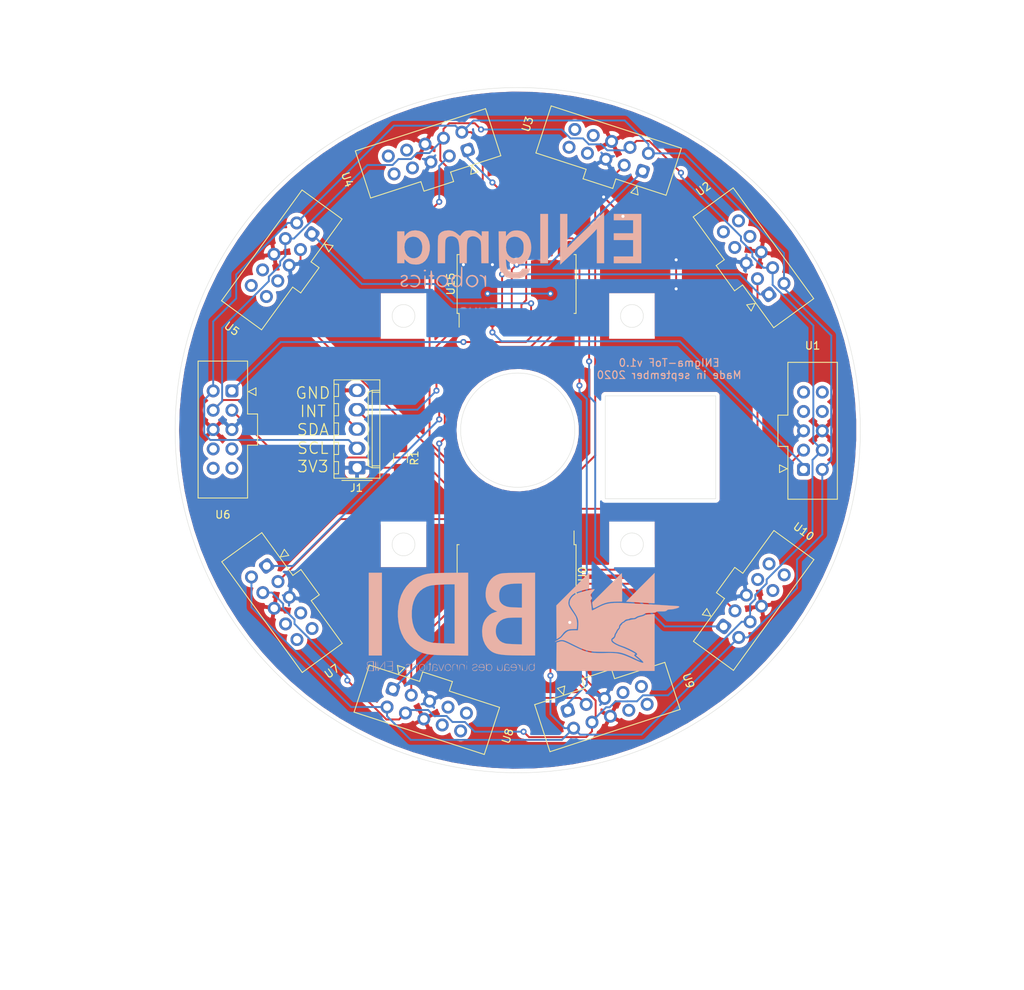
<source format=kicad_pcb>
(kicad_pcb (version 20171130) (host pcbnew 5.1.6)
  (layers (0 F.Cu signal) (31 B.Cu signal) (34 B.Paste user) (35 F.Paste user) (36 B.SilkS user) (37 F.SilkS user) (38 B.Mask user hide) (39 F.Mask user hide) (44 Edge.Cuts user))
  (net 0 "")
  (net 1 +3V3)
  (net 2 GND)
  (net 3 "Net-(U0-Pad20)")
  (net 4 "Net-(U0-Pad19)")
  (net 5 "Net-(U0-Pad1)")
  (net 6 /XSDN10)
  (net 7 /XSDN9)
  (net 8 /XSDN8)
  (net 9 /XSDN7)
  (net 10 /XSDN6)
  (net 11 /XSDN5)
  (net 12 /XSDN4)
  (net 13 /XSDN3)
  (net 14 /XSDN2)
  (net 15 /XSDN1)
  (net 16 /INT1)
  (net 17 /INT2)
  (net 18 /INT3)
  (net 19 /INT4)
  (net 20 /INT5)
  (net 21 /INT6)
  (net 22 /INT7)
  (net 23 /INT8)
  (net 24 /INT9)
  (net 25 /INT10)
  (net 26 "Net-(U15-Pad20)")
  (net 27 "Net-(U15-Pad19)")
  (net 28 /INT)
  (net 29 "Net-(U0-Pad18)")
  (net 30 "Net-(U0-Pad17)")
  (net 31 "Net-(U0-Pad16)")
  (net 32 "Net-(U0-Pad15)")
  (net 33 "Net-(U15-Pad18)")
  (net 34 "Net-(U15-Pad17)")
  (net 35 "Net-(U15-Pad16)")
  (net 36 "Net-(U15-Pad15)")
  (net 37 "Net-(U1-Pad10)")
  (net 38 "Net-(U1-Pad8)")
  (net 39 "Net-(U1-Pad9)")
  (net 40 "Net-(U1-Pad7)")
  (net 41 "Net-(U2-Pad10)")
  (net 42 "Net-(U2-Pad8)")
  (net 43 "Net-(U2-Pad9)")
  (net 44 "Net-(U2-Pad7)")
  (net 45 "Net-(U3-Pad10)")
  (net 46 "Net-(U3-Pad8)")
  (net 47 "Net-(U3-Pad9)")
  (net 48 "Net-(U3-Pad7)")
  (net 49 "Net-(U4-Pad10)")
  (net 50 "Net-(U4-Pad8)")
  (net 51 "Net-(U4-Pad9)")
  (net 52 "Net-(U4-Pad7)")
  (net 53 "Net-(U5-Pad10)")
  (net 54 "Net-(U5-Pad8)")
  (net 55 "Net-(U5-Pad9)")
  (net 56 "Net-(U5-Pad7)")
  (net 57 "Net-(U6-Pad10)")
  (net 58 "Net-(U6-Pad8)")
  (net 59 "Net-(U6-Pad9)")
  (net 60 "Net-(U6-Pad7)")
  (net 61 "Net-(U7-Pad10)")
  (net 62 "Net-(U7-Pad8)")
  (net 63 "Net-(U7-Pad9)")
  (net 64 "Net-(U7-Pad7)")
  (net 65 "Net-(U8-Pad10)")
  (net 66 "Net-(U8-Pad8)")
  (net 67 "Net-(U8-Pad9)")
  (net 68 "Net-(U8-Pad7)")
  (net 69 "Net-(U9-Pad10)")
  (net 70 "Net-(U9-Pad8)")
  (net 71 "Net-(U9-Pad9)")
  (net 72 "Net-(U9-Pad7)")
  (net 73 "Net-(U10-Pad10)")
  (net 74 "Net-(U10-Pad8)")
  (net 75 "Net-(U10-Pad9)")
  (net 76 "Net-(U10-Pad7)")
  (net 77 /SDA)
  (net 78 /SCL)
  (module enigma-ToF:logo-bdi (layer B.Cu) (at 70.34784 95.4278 180)
    (fp_text reference G*** hide)
    (fp_text value LOGO hide)
  )
  (module enigma-ToF:logo-enigma (layer B.Cu) (at 70.231 46.23308 180)
    (fp_text reference G*** hide)
    (fp_text value LOGO hide)
  )
  (module Package_SO:SOIC-24W_7.5x15.4mm_P1.27mm (layer F.Cu) (at 69.85 88.9 270)
    (fp_text reference U0 (at 0 -8.65 90) (layer F.SilkS))
    (fp_text value PCF8575)
    (pad 24 smd roundrect (at 4.65 -6.985 270) (size 2.05 0.6) (layers F.Cu F.Paste F.Mask) (net 1 +3V3))
    (pad 23 smd roundrect (at 4.65 -5.715 270) (size 2.05 0.6) (layers F.Cu F.Paste F.Mask) (net 77 /SDA))
    (pad 22 smd roundrect (at 4.65 -4.445 270) (size 2.05 0.6) (layers F.Cu F.Paste F.Mask) (net 78 /SCL))
    (pad 21 smd roundrect (at 4.65 -3.175 270) (size 2.05 0.6) (layers F.Cu F.Paste F.Mask) (net 2 GND))
    (pad 20 smd roundrect (at 4.65 -1.905 270) (size 2.05 0.6) (layers F.Cu F.Paste F.Mask) (net 3 "Net-(U0-Pad20)"))
    (pad 19 smd roundrect (at 4.65 -0.635 270) (size 2.05 0.6) (layers F.Cu F.Paste F.Mask) (net 4 "Net-(U0-Pad19)"))
    (pad 18 smd roundrect (at 4.65 0.635 270) (size 2.05 0.6) (layers F.Cu F.Paste F.Mask) (net 29 "Net-(U0-Pad18)"))
    (pad 17 smd roundrect (at 4.65 1.905 270) (size 2.05 0.6) (layers F.Cu F.Paste F.Mask) (net 30 "Net-(U0-Pad17)"))
    (pad 16 smd roundrect (at 4.65 3.175 270) (size 2.05 0.6) (layers F.Cu F.Paste F.Mask) (net 31 "Net-(U0-Pad16)"))
    (pad 15 smd roundrect (at 4.65 4.445 270) (size 2.05 0.6) (layers F.Cu F.Paste F.Mask) (net 32 "Net-(U0-Pad15)"))
    (pad 14 smd roundrect (at 4.65 5.715 270) (size 2.05 0.6) (layers F.Cu F.Paste F.Mask) (net 6 /XSDN10))
    (pad 13 smd roundrect (at 4.65 6.985 270) (size 2.05 0.6) (layers F.Cu F.Paste F.Mask) (net 7 /XSDN9))
    (pad 12 smd roundrect (at -4.65 6.985 270) (size 2.05 0.6) (layers F.Cu F.Paste F.Mask) (net 2 GND))
    (pad 11 smd roundrect (at -4.65 5.715 270) (size 2.05 0.6) (layers F.Cu F.Paste F.Mask) (net 8 /XSDN8))
    (pad 10 smd roundrect (at -4.65 4.445 270) (size 2.05 0.6) (layers F.Cu F.Paste F.Mask) (net 9 /XSDN7))
    (pad 9 smd roundrect (at -4.65 3.175 270) (size 2.05 0.6) (layers F.Cu F.Paste F.Mask) (net 10 /XSDN6))
    (pad 8 smd roundrect (at -4.65 1.905 270) (size 2.05 0.6) (layers F.Cu F.Paste F.Mask) (net 11 /XSDN5))
    (pad 7 smd roundrect (at -4.65 0.635 270) (size 2.05 0.6) (layers F.Cu F.Paste F.Mask) (net 12 /XSDN4))
    (pad 6 smd roundrect (at -4.65 -0.635 270) (size 2.05 0.6) (layers F.Cu F.Paste F.Mask) (net 13 /XSDN3))
    (pad 5 smd roundrect (at -4.65 -1.905 270) (size 2.05 0.6) (layers F.Cu F.Paste F.Mask) (net 14 /XSDN2))
    (pad 4 smd roundrect (at -4.65 -3.175 270) (size 2.05 0.6) (layers F.Cu F.Paste F.Mask) (net 15 /XSDN1))
    (pad 3 smd roundrect (at -4.65 -4.445 270) (size 2.05 0.6) (layers F.Cu F.Paste F.Mask) (net 2 GND))
    (pad 2 smd roundrect (at -4.65 -5.715 270) (size 2.05 0.6) (layers F.Cu F.Paste F.Mask) (net 2 GND))
    (pad 1 smd roundrect (at -4.65 -6.985 270) (size 2.05 0.6) (layers F.Cu F.Paste F.Mask) (net 5 "Net-(U0-Pad1)"))
  )
  (module enigma-ToF:IDC-Header_2x05_P2.54mm_Vertical (layer F.Cu) (at 105 89 324)
    (fp_text reference U10 (at -1.27 -6.1 144) (layer F.SilkS))
    (fp_text value VL53L1X)
    (pad 1 thru_hole roundrect (at -2.46 10.16 324) (size 1.7 1.7) (drill 1) (layers *.Cu *.Mask) (net 25 /INT10))
    (pad 3 thru_hole circle (at -2.46 7.62 324) (size 1.7 1.7) (drill 1) (layers *.Cu *.Mask) (net 6 /XSDN10))
    (pad 5 thru_hole circle (at -2.46 5.08 324) (size 1.7 1.7) (drill 1) (layers *.Cu *.Mask) (net 1 +3V3))
    (pad 7 thru_hole circle (at -2.46 2.54 324) (size 1.7 1.7) (drill 1) (layers *.Cu *.Mask) (net 76 "Net-(U10-Pad7)"))
    (pad 9 thru_hole circle (at -2.46 0 324) (size 1.7 1.7) (drill 1) (layers *.Cu *.Mask) (net 75 "Net-(U10-Pad9)"))
    (pad 2 thru_hole circle (at 0 10.16 324) (size 1.7 1.7) (drill 1) (layers *.Cu *.Mask) (net 78 /SCL))
    (pad 4 thru_hole circle (at 0 7.62 324) (size 1.7 1.7) (drill 1) (layers *.Cu *.Mask) (net 77 /SDA))
    (pad 6 thru_hole circle (at 0 5.08 324) (size 1.7 1.7) (drill 1) (layers *.Cu *.Mask) (net 2 GND))
    (pad 8 thru_hole circle (at 0 2.54 324) (size 1.7 1.7) (drill 1) (layers *.Cu *.Mask) (net 74 "Net-(U10-Pad8)"))
    (pad 10 thru_hole circle (at 0 0 324) (size 1.7 1.7) (drill 1) (layers *.Cu *.Mask) (net 73 "Net-(U10-Pad10)"))
  )
  (module Package_SO:SOIC-24W_7.5x15.4mm_P1.27mm (layer F.Cu) (at 69.85 50.8 90)
    (fp_text reference U15 (at 0 -8.65 90) (layer F.SilkS))
    (fp_text value PCF8575)
    (pad 24 smd roundrect (at 4.65 -6.985 90) (size 2.05 0.6) (layers F.Cu F.Paste F.Mask) (net 1 +3V3))
    (pad 23 smd roundrect (at 4.65 -5.715 90) (size 2.05 0.6) (layers F.Cu F.Paste F.Mask) (net 77 /SDA))
    (pad 22 smd roundrect (at 4.65 -4.445 90) (size 2.05 0.6) (layers F.Cu F.Paste F.Mask) (net 78 /SCL))
    (pad 21 smd roundrect (at 4.65 -3.175 90) (size 2.05 0.6) (layers F.Cu F.Paste F.Mask) (net 1 +3V3))
    (pad 20 smd roundrect (at 4.65 -1.905 90) (size 2.05 0.6) (layers F.Cu F.Paste F.Mask) (net 26 "Net-(U15-Pad20)"))
    (pad 19 smd roundrect (at 4.65 -0.635 90) (size 2.05 0.6) (layers F.Cu F.Paste F.Mask) (net 27 "Net-(U15-Pad19)"))
    (pad 18 smd roundrect (at 4.65 0.635 90) (size 2.05 0.6) (layers F.Cu F.Paste F.Mask) (net 33 "Net-(U15-Pad18)"))
    (pad 17 smd roundrect (at 4.65 1.905 90) (size 2.05 0.6) (layers F.Cu F.Paste F.Mask) (net 34 "Net-(U15-Pad17)"))
    (pad 16 smd roundrect (at 4.65 3.175 90) (size 2.05 0.6) (layers F.Cu F.Paste F.Mask) (net 35 "Net-(U15-Pad16)"))
    (pad 15 smd roundrect (at 4.65 4.445 90) (size 2.05 0.6) (layers F.Cu F.Paste F.Mask) (net 36 "Net-(U15-Pad15)"))
    (pad 14 smd roundrect (at 4.65 5.715 90) (size 2.05 0.6) (layers F.Cu F.Paste F.Mask) (net 25 /INT10))
    (pad 13 smd roundrect (at 4.65 6.985 90) (size 2.05 0.6) (layers F.Cu F.Paste F.Mask) (net 24 /INT9))
    (pad 12 smd roundrect (at -4.65 6.985 90) (size 2.05 0.6) (layers F.Cu F.Paste F.Mask) (net 2 GND))
    (pad 11 smd roundrect (at -4.65 5.715 90) (size 2.05 0.6) (layers F.Cu F.Paste F.Mask) (net 23 /INT8))
    (pad 10 smd roundrect (at -4.65 4.445 90) (size 2.05 0.6) (layers F.Cu F.Paste F.Mask) (net 22 /INT7))
    (pad 9 smd roundrect (at -4.65 3.175 90) (size 2.05 0.6) (layers F.Cu F.Paste F.Mask) (net 21 /INT6))
    (pad 8 smd roundrect (at -4.65 1.905 90) (size 2.05 0.6) (layers F.Cu F.Paste F.Mask) (net 20 /INT5))
    (pad 7 smd roundrect (at -4.65 0.635 90) (size 2.05 0.6) (layers F.Cu F.Paste F.Mask) (net 19 /INT4))
    (pad 6 smd roundrect (at -4.65 -0.635 90) (size 2.05 0.6) (layers F.Cu F.Paste F.Mask) (net 18 /INT3))
    (pad 5 smd roundrect (at -4.65 -1.905 90) (size 2.05 0.6) (layers F.Cu F.Paste F.Mask) (net 17 /INT2))
    (pad 4 smd roundrect (at -4.65 -3.175 90) (size 2.05 0.6) (layers F.Cu F.Paste F.Mask) (net 16 /INT1))
    (pad 3 smd roundrect (at -4.65 -4.445 90) (size 2.05 0.6) (layers F.Cu F.Paste F.Mask) (net 2 GND))
    (pad 2 smd roundrect (at -4.65 -5.715 90) (size 2.05 0.6) (layers F.Cu F.Paste F.Mask) (net 2 GND))
    (pad 1 smd roundrect (at -4.65 -6.985 90) (size 2.05 0.6) (layers F.Cu F.Paste F.Mask) (net 28 /INT))
  )
  (module enigma-ToF:IDC-Header_2x05_P2.54mm_Vertical (layer F.Cu) (at 87 106 288)
    (fp_text reference U9 (at -1.27 -6.1 108) (layer F.SilkS))
    (fp_text value VL53L1X)
    (pad 1 thru_hole roundrect (at -2.46 10.16 288) (size 1.7 1.7) (drill 1) (layers *.Cu *.Mask) (net 24 /INT9))
    (pad 3 thru_hole circle (at -2.46 7.62 288) (size 1.7 1.7) (drill 1) (layers *.Cu *.Mask) (net 7 /XSDN9))
    (pad 5 thru_hole circle (at -2.46 5.08 288) (size 1.7 1.7) (drill 1) (layers *.Cu *.Mask) (net 1 +3V3))
    (pad 7 thru_hole circle (at -2.46 2.54 288) (size 1.7 1.7) (drill 1) (layers *.Cu *.Mask) (net 72 "Net-(U9-Pad7)"))
    (pad 9 thru_hole circle (at -2.46 0 288) (size 1.7 1.7) (drill 1) (layers *.Cu *.Mask) (net 71 "Net-(U9-Pad9)"))
    (pad 2 thru_hole circle (at 0 10.16 288) (size 1.7 1.7) (drill 1) (layers *.Cu *.Mask) (net 78 /SCL))
    (pad 4 thru_hole circle (at 0 7.62 288) (size 1.7 1.7) (drill 1) (layers *.Cu *.Mask) (net 77 /SDA))
    (pad 6 thru_hole circle (at 0 5.08 288) (size 1.7 1.7) (drill 1) (layers *.Cu *.Mask) (net 2 GND))
    (pad 8 thru_hole circle (at 0 2.54 288) (size 1.7 1.7) (drill 1) (layers *.Cu *.Mask) (net 70 "Net-(U9-Pad8)"))
    (pad 10 thru_hole circle (at 0 0 288) (size 1.7 1.7) (drill 1) (layers *.Cu *.Mask) (net 69 "Net-(U9-Pad10)"))
  )
  (module enigma-ToF:IDC-Header_2x05_P2.54mm_Vertical (layer F.Cu) (at 62.5 109.5 252)
    (fp_text reference U8 (at -1.27 -6.1 72) (layer F.SilkS))
    (fp_text value VL53L1X)
    (pad 1 thru_hole roundrect (at -2.46 10.16 252) (size 1.7 1.7) (drill 1) (layers *.Cu *.Mask) (net 23 /INT8))
    (pad 3 thru_hole circle (at -2.46 7.62 252) (size 1.7 1.7) (drill 1) (layers *.Cu *.Mask) (net 8 /XSDN8))
    (pad 5 thru_hole circle (at -2.46 5.08 252) (size 1.7 1.7) (drill 1) (layers *.Cu *.Mask) (net 1 +3V3))
    (pad 7 thru_hole circle (at -2.46 2.54 252) (size 1.7 1.7) (drill 1) (layers *.Cu *.Mask) (net 68 "Net-(U8-Pad7)"))
    (pad 9 thru_hole circle (at -2.46 0 252) (size 1.7 1.7) (drill 1) (layers *.Cu *.Mask) (net 67 "Net-(U8-Pad9)"))
    (pad 2 thru_hole circle (at 0 10.16 252) (size 1.7 1.7) (drill 1) (layers *.Cu *.Mask) (net 78 /SCL))
    (pad 4 thru_hole circle (at 0 7.62 252) (size 1.7 1.7) (drill 1) (layers *.Cu *.Mask) (net 77 /SDA))
    (pad 6 thru_hole circle (at 0 5.08 252) (size 1.7 1.7) (drill 1) (layers *.Cu *.Mask) (net 2 GND))
    (pad 8 thru_hole circle (at 0 2.54 252) (size 1.7 1.7) (drill 1) (layers *.Cu *.Mask) (net 66 "Net-(U8-Pad8)"))
    (pad 10 thru_hole circle (at 0 0 252) (size 1.7 1.7) (drill 1) (layers *.Cu *.Mask) (net 65 "Net-(U8-Pad10)"))
  )
  (module enigma-ToF:IDC-Header_2x05_P2.54mm_Vertical (layer F.Cu) (at 41 97.5 216)
    (fp_text reference U7 (at -1.270001 -6.1 36) (layer F.SilkS))
    (fp_text value VL53L1X)
    (pad 1 thru_hole roundrect (at -2.46 10.16 216) (size 1.7 1.7) (drill 1) (layers *.Cu *.Mask) (net 22 /INT7))
    (pad 3 thru_hole circle (at -2.46 7.62 216) (size 1.7 1.7) (drill 1) (layers *.Cu *.Mask) (net 9 /XSDN7))
    (pad 5 thru_hole circle (at -2.46 5.08 216) (size 1.7 1.7) (drill 1) (layers *.Cu *.Mask) (net 1 +3V3))
    (pad 7 thru_hole circle (at -2.46 2.54 216) (size 1.7 1.7) (drill 1) (layers *.Cu *.Mask) (net 64 "Net-(U7-Pad7)"))
    (pad 9 thru_hole circle (at -2.46 0 216) (size 1.7 1.7) (drill 1) (layers *.Cu *.Mask) (net 63 "Net-(U7-Pad9)"))
    (pad 2 thru_hole circle (at 0 10.16 216) (size 1.7 1.7) (drill 1) (layers *.Cu *.Mask) (net 78 /SCL))
    (pad 4 thru_hole circle (at 0 7.62 216) (size 1.7 1.7) (drill 1) (layers *.Cu *.Mask) (net 77 /SDA))
    (pad 6 thru_hole circle (at 0 5.08 216) (size 1.7 1.7) (drill 1) (layers *.Cu *.Mask) (net 2 GND))
    (pad 8 thru_hole circle (at 0 2.54 216) (size 1.7 1.7) (drill 1) (layers *.Cu *.Mask) (net 62 "Net-(U7-Pad8)"))
    (pad 10 thru_hole circle (at 0 0 216) (size 1.7 1.7) (drill 1) (layers *.Cu *.Mask) (net 61 "Net-(U7-Pad10)"))
  )
  (module enigma-ToF:IDC-Header_2x05_P2.54mm_Vertical (layer F.Cu) (at 30 75 180)
    (fp_text reference U6 (at -1.27 -6.1) (layer F.SilkS))
    (fp_text value VL53L1X)
    (pad 1 thru_hole roundrect (at -2.46 10.16 180) (size 1.7 1.7) (drill 1) (layers *.Cu *.Mask) (net 21 /INT6))
    (pad 3 thru_hole circle (at -2.46 7.62 180) (size 1.7 1.7) (drill 1) (layers *.Cu *.Mask) (net 10 /XSDN6))
    (pad 5 thru_hole circle (at -2.46 5.08 180) (size 1.7 1.7) (drill 1) (layers *.Cu *.Mask) (net 1 +3V3))
    (pad 7 thru_hole circle (at -2.46 2.54 180) (size 1.7 1.7) (drill 1) (layers *.Cu *.Mask) (net 60 "Net-(U6-Pad7)"))
    (pad 9 thru_hole circle (at -2.46 0 180) (size 1.7 1.7) (drill 1) (layers *.Cu *.Mask) (net 59 "Net-(U6-Pad9)"))
    (pad 2 thru_hole circle (at 0 10.16 180) (size 1.7 1.7) (drill 1) (layers *.Cu *.Mask) (net 78 /SCL))
    (pad 4 thru_hole circle (at 0 7.62 180) (size 1.7 1.7) (drill 1) (layers *.Cu *.Mask) (net 77 /SDA))
    (pad 6 thru_hole circle (at 0 5.08 180) (size 1.7 1.7) (drill 1) (layers *.Cu *.Mask) (net 2 GND))
    (pad 8 thru_hole circle (at 0 2.54 180) (size 1.7 1.7) (drill 1) (layers *.Cu *.Mask) (net 58 "Net-(U6-Pad8)"))
    (pad 10 thru_hole circle (at 0 0 180) (size 1.7 1.7) (drill 1) (layers *.Cu *.Mask) (net 57 "Net-(U6-Pad10)"))
  )
  (module enigma-ToF:IDC-Header_2x05_P2.54mm_Vertical (layer F.Cu) (at 35 51 144)
    (fp_text reference U5 (at -1.27 -6.1 144) (layer F.SilkS))
    (fp_text value VL53L1X)
    (pad 1 thru_hole roundrect (at -2.46 10.16 144) (size 1.7 1.7) (drill 1) (layers *.Cu *.Mask) (net 20 /INT5))
    (pad 3 thru_hole circle (at -2.46 7.62 144) (size 1.7 1.7) (drill 1) (layers *.Cu *.Mask) (net 11 /XSDN5))
    (pad 5 thru_hole circle (at -2.46 5.08 144) (size 1.7 1.7) (drill 1) (layers *.Cu *.Mask) (net 1 +3V3))
    (pad 7 thru_hole circle (at -2.46 2.54 144) (size 1.7 1.7) (drill 1) (layers *.Cu *.Mask) (net 56 "Net-(U5-Pad7)"))
    (pad 9 thru_hole circle (at -2.46 0 144) (size 1.7 1.7) (drill 1) (layers *.Cu *.Mask) (net 55 "Net-(U5-Pad9)"))
    (pad 2 thru_hole circle (at 0 10.16 144) (size 1.7 1.7) (drill 1) (layers *.Cu *.Mask) (net 78 /SCL))
    (pad 4 thru_hole circle (at 0 7.62 144) (size 1.7 1.7) (drill 1) (layers *.Cu *.Mask) (net 77 /SDA))
    (pad 6 thru_hole circle (at 0 5.08 144) (size 1.7 1.7) (drill 1) (layers *.Cu *.Mask) (net 2 GND))
    (pad 8 thru_hole circle (at 0 2.54 144) (size 1.7 1.7) (drill 1) (layers *.Cu *.Mask) (net 54 "Net-(U5-Pad8)"))
    (pad 10 thru_hole circle (at 0 0 144) (size 1.7 1.7) (drill 1) (layers *.Cu *.Mask) (net 53 "Net-(U5-Pad10)"))
  )
  (module enigma-ToF:IDC-Header_2x05_P2.54mm_Vertical (layer F.Cu) (at 53 34 108)
    (fp_text reference U4 (at -1.27 -6.1 108) (layer F.SilkS))
    (fp_text value VL53L1X)
    (pad 1 thru_hole roundrect (at -2.46 10.16 108) (size 1.7 1.7) (drill 1) (layers *.Cu *.Mask) (net 19 /INT4))
    (pad 3 thru_hole circle (at -2.46 7.62 108) (size 1.7 1.7) (drill 1) (layers *.Cu *.Mask) (net 12 /XSDN4))
    (pad 5 thru_hole circle (at -2.46 5.08 108) (size 1.7 1.7) (drill 1) (layers *.Cu *.Mask) (net 1 +3V3))
    (pad 7 thru_hole circle (at -2.46 2.54 108) (size 1.7 1.7) (drill 1) (layers *.Cu *.Mask) (net 52 "Net-(U4-Pad7)"))
    (pad 9 thru_hole circle (at -2.46 0 108) (size 1.7 1.7) (drill 1) (layers *.Cu *.Mask) (net 51 "Net-(U4-Pad9)"))
    (pad 2 thru_hole circle (at 0 10.16 108) (size 1.7 1.7) (drill 1) (layers *.Cu *.Mask) (net 78 /SCL))
    (pad 4 thru_hole circle (at 0 7.62 108) (size 1.7 1.7) (drill 1) (layers *.Cu *.Mask) (net 77 /SDA))
    (pad 6 thru_hole circle (at 0 5.08 108) (size 1.7 1.7) (drill 1) (layers *.Cu *.Mask) (net 2 GND))
    (pad 8 thru_hole circle (at 0 2.54 108) (size 1.7 1.7) (drill 1) (layers *.Cu *.Mask) (net 50 "Net-(U4-Pad8)"))
    (pad 10 thru_hole circle (at 0 0 108) (size 1.7 1.7) (drill 1) (layers *.Cu *.Mask) (net 49 "Net-(U4-Pad10)"))
  )
  (module enigma-ToF:IDC-Header_2x05_P2.54mm_Vertical (layer F.Cu) (at 77.5 30.5 72)
    (fp_text reference U3 (at -1.270001 -6.1 72) (layer F.SilkS))
    (fp_text value VL53L1X)
    (pad 1 thru_hole roundrect (at -2.46 10.16 72) (size 1.7 1.7) (drill 1) (layers *.Cu *.Mask) (net 18 /INT3))
    (pad 3 thru_hole circle (at -2.46 7.62 72) (size 1.7 1.7) (drill 1) (layers *.Cu *.Mask) (net 13 /XSDN3))
    (pad 5 thru_hole circle (at -2.46 5.08 72) (size 1.7 1.7) (drill 1) (layers *.Cu *.Mask) (net 1 +3V3))
    (pad 7 thru_hole circle (at -2.46 2.54 72) (size 1.7 1.7) (drill 1) (layers *.Cu *.Mask) (net 48 "Net-(U3-Pad7)"))
    (pad 9 thru_hole circle (at -2.46 0 72) (size 1.7 1.7) (drill 1) (layers *.Cu *.Mask) (net 47 "Net-(U3-Pad9)"))
    (pad 2 thru_hole circle (at 0 10.16 72) (size 1.7 1.7) (drill 1) (layers *.Cu *.Mask) (net 78 /SCL))
    (pad 4 thru_hole circle (at 0 7.62 72) (size 1.7 1.7) (drill 1) (layers *.Cu *.Mask) (net 77 /SDA))
    (pad 6 thru_hole circle (at 0 5.08 72) (size 1.7 1.7) (drill 1) (layers *.Cu *.Mask) (net 2 GND))
    (pad 8 thru_hole circle (at 0 2.54 72) (size 1.7 1.7) (drill 1) (layers *.Cu *.Mask) (net 46 "Net-(U3-Pad8)"))
    (pad 10 thru_hole circle (at 0 0 72) (size 1.7 1.7) (drill 1) (layers *.Cu *.Mask) (net 45 "Net-(U3-Pad10)"))
  )
  (module enigma-ToF:IDC-Header_2x05_P2.54mm_Vertical (layer F.Cu) (at 99 42.5 36)
    (fp_text reference U2 (at -1.270001 -6.1 36) (layer F.SilkS))
    (fp_text value VL53L1X)
    (pad 1 thru_hole roundrect (at -2.46 10.16 36) (size 1.7 1.7) (drill 1) (layers *.Cu *.Mask) (net 17 /INT2))
    (pad 3 thru_hole circle (at -2.46 7.62 36) (size 1.7 1.7) (drill 1) (layers *.Cu *.Mask) (net 14 /XSDN2))
    (pad 5 thru_hole circle (at -2.46 5.08 36) (size 1.7 1.7) (drill 1) (layers *.Cu *.Mask) (net 1 +3V3))
    (pad 7 thru_hole circle (at -2.46 2.54 36) (size 1.7 1.7) (drill 1) (layers *.Cu *.Mask) (net 44 "Net-(U2-Pad7)"))
    (pad 9 thru_hole circle (at -2.46 0 36) (size 1.7 1.7) (drill 1) (layers *.Cu *.Mask) (net 43 "Net-(U2-Pad9)"))
    (pad 2 thru_hole circle (at 0 10.16 36) (size 1.7 1.7) (drill 1) (layers *.Cu *.Mask) (net 78 /SCL))
    (pad 4 thru_hole circle (at 0 7.62 36) (size 1.7 1.7) (drill 1) (layers *.Cu *.Mask) (net 77 /SDA))
    (pad 6 thru_hole circle (at 0 5.08 36) (size 1.7 1.7) (drill 1) (layers *.Cu *.Mask) (net 2 GND))
    (pad 8 thru_hole circle (at 0 2.54 36) (size 1.7 1.7) (drill 1) (layers *.Cu *.Mask) (net 42 "Net-(U2-Pad8)"))
    (pad 10 thru_hole circle (at 0 0 36) (size 1.7 1.7) (drill 1) (layers *.Cu *.Mask) (net 41 "Net-(U2-Pad10)"))
  )
  (module enigma-ToF:IDC-Header_2x05_P2.54mm_Vertical (layer F.Cu) (at 110 65)
    (fp_text reference U1 (at -1.27 -6.1) (layer F.SilkS))
    (fp_text value VL53L1X)
    (pad 1 thru_hole roundrect (at -2.46 10.16) (size 1.7 1.7) (drill 1) (layers *.Cu *.Mask) (net 16 /INT1))
    (pad 3 thru_hole circle (at -2.46 7.62) (size 1.7 1.7) (drill 1) (layers *.Cu *.Mask) (net 15 /XSDN1))
    (pad 5 thru_hole circle (at -2.46 5.08) (size 1.7 1.7) (drill 1) (layers *.Cu *.Mask) (net 1 +3V3))
    (pad 7 thru_hole circle (at -2.46 2.54) (size 1.7 1.7) (drill 1) (layers *.Cu *.Mask) (net 40 "Net-(U1-Pad7)"))
    (pad 9 thru_hole circle (at -2.46 0) (size 1.7 1.7) (drill 1) (layers *.Cu *.Mask) (net 39 "Net-(U1-Pad9)"))
    (pad 2 thru_hole circle (at 0 10.16) (size 1.7 1.7) (drill 1) (layers *.Cu *.Mask) (net 78 /SCL))
    (pad 4 thru_hole circle (at 0 7.62) (size 1.7 1.7) (drill 1) (layers *.Cu *.Mask) (net 77 /SDA))
    (pad 6 thru_hole circle (at 0 5.08) (size 1.7 1.7) (drill 1) (layers *.Cu *.Mask) (net 2 GND))
    (pad 8 thru_hole circle (at 0 2.54) (size 1.7 1.7) (drill 1) (layers *.Cu *.Mask) (net 38 "Net-(U1-Pad8)"))
    (pad 10 thru_hole circle (at 0 0) (size 1.7 1.7) (drill 1) (layers *.Cu *.Mask) (net 37 "Net-(U1-Pad10)"))
  )
  (module Resistor_SMD:R_1206_3216Metric_Pad1.42x1.75mm_HandSolder (layer F.Cu) (at 54.61 73.66 270)
    (fp_text reference R1 (at 0 -1.82 90) (layer F.SilkS))
    (fp_text value 10k)
    (pad 2 smd roundrect (at 1.4875 0 270) (size 1.425 1.75) (layers F.Cu F.Paste F.Mask) (roundrect_rratio 0.175439) (net 1 +3V3))
    (pad 1 smd roundrect (at -1.4875 0 270) (size 1.425 1.75) (layers F.Cu F.Paste F.Mask) (roundrect_rratio 0.175439) (net 28 /INT))
  )
  (module Connector_Molex:Molex_KK-254_AE-6410-05A_1x05_P2.54mm_Vertical (layer F.Cu) (at 48.895 74.93 90)
    (fp_text reference J1 (at -2.65176 -0.07112 180) (layer F.SilkS))
    (fp_text value Conn_01x05)
    (pad 5 thru_hole oval (at 10.16 0 90) (size 1.74 2.19) (drill 1.19) (layers *.Cu *.Mask) (net 2 GND))
    (pad 4 thru_hole oval (at 7.62 0 90) (size 1.74 2.19) (drill 1.19) (layers *.Cu *.Mask) (net 28 /INT))
    (pad 3 thru_hole oval (at 5.08 0 90) (size 1.74 2.19) (drill 1.19) (layers *.Cu *.Mask) (net 77 /SDA))
    (pad 2 thru_hole oval (at 2.54 0 90) (size 1.74 2.19) (drill 1.19) (layers *.Cu *.Mask) (net 78 /SCL))
    (pad 1 thru_hole roundrect (at 0 0 90) (size 1.74 2.19) (drill 1.19) (layers *.Cu *.Mask) (roundrect_rratio 0.143678) (net 1 +3V3))
  )
  (gr_text "ENIgma-ToF v1.0\nMade in september 2020" (at 89.88044 61.95314) (layer B.SilkS) (effects (font (size 1 1)) (justify mirror)))
  (gr_text "GND\nINT\nSDA\nSCL\n3V3\n" (at 43.09872 69.94398) (layer F.SilkS) (effects (font (size 1.5 1.5))))
  (gr_line (start 81.5 79) (end 81.5 65.5) (layer Edge.Cuts) (width 0.05))
  (gr_line (start 96 79) (end 81.5 79) (layer Edge.Cuts) (width 0.05))
  (gr_line (start 96 65.5) (end 96 79) (layer Edge.Cuts) (width 0.05))
  (gr_line (start 81.5 65.5) (end 96 65.5) (layer Edge.Cuts) (width 0.05))
  (gr_circle (center 55 55) (end 56.5 55) (layer Edge.Cuts) (width 0.05))
  (gr_circle (center 55 85) (end 56.5 85) (layer Edge.Cuts) (width 0.05))
  (gr_circle (center 85 85) (end 86.5 85) (layer Edge.Cuts) (width 0.05))
  (gr_circle (center 85 55) (end 86.5 55) (layer Edge.Cuts) (width 0.05))
  (gr_circle (center 70 70) (end 77.5 70) (layer Edge.Cuts) (width 0.05))
  (gr_circle (center 70 70) (end 115 70) (layer Edge.Cuts) (width 0.05))
  (segment (start 54.3925 74.93) (end 54.61 75.1475) (width 0.25) (layer F.Cu) (net 1))
  (segment (start 48.895 74.93) (end 54.3925 74.93) (width 0.25) (layer F.Cu) (net 1))
  (via (at 76.835 95.25) (size 0.8) (drill 0.4) (layers F.Cu B.Cu) (net 1))
  (segment (start 76.835 93.55) (end 76.835 95.25) (width 0.25) (layer F.Cu) (net 1))
  (via (at 66.675 48.26) (size 0.8) (drill 0.4) (layers F.Cu B.Cu) (net 1))
  (segment (start 66.675 46.15) (end 66.675 48.26) (width 0.25) (layer F.Cu) (net 1))
  (via (at 62.865 48.26) (size 0.8) (drill 0.4) (layers F.Cu B.Cu) (net 1))
  (segment (start 62.865 46.15) (end 62.865 48.26) (width 0.25) (layer F.Cu) (net 1))
  (segment (start 76.835 100.656756) (end 81.408451 105.230207) (width 0.25) (layer F.Cu) (net 1))
  (segment (start 76.835 95.25) (end 76.835 100.656756) (width 0.25) (layer F.Cu) (net 1))
  (via (at 90.805 47.625) (size 0.8) (drill 0.4) (layers F.Cu B.Cu) (net 1))
  (via (at 90.805 51.435) (size 0.8) (drill 0.4) (layers F.Cu B.Cu) (net 1))
  (via (at 83.82 41.91) (size 0.8) (drill 0.4) (layers F.Cu B.Cu) (net 1))
  (via (at 81.28 39.37) (size 0.8) (drill 0.4) (layers F.Cu B.Cu) (net 1))
  (segment (start 83.82 41.91) (end 81.28 39.37) (width 0.25) (layer F.Cu) (net 1))
  (segment (start 90.805 47.625) (end 90.805 51.435) (width 0.25) (layer F.Cu) (net 1))
  (via (at 74.295 52.07) (size 0.8) (drill 0.4) (layers F.Cu B.Cu) (net 2))
  (via (at 66.04 52.07) (size 0.8) (drill 0.4) (layers F.Cu B.Cu) (net 2))
  (segment (start 74.295 52.07) (end 66.04 52.07) (width 0.25) (layer B.Cu) (net 2))
  (segment (start 84.050201 29.324999) (end 87.162734 32.437532) (width 0.25) (layer B.Cu) (net 78))
  (segment (start 87.162734 32.437532) (end 87.162734 33.639613) (width 0.25) (layer B.Cu) (net 78))
  (segment (start 64.198122 29.324999) (end 84.050201 29.324999) (width 0.25) (layer B.Cu) (net 78))
  (segment (start 62.662734 30.860387) (end 64.198122 29.324999) (width 0.25) (layer B.Cu) (net 78))
  (segment (start 91.878615 33.639613) (end 104.971898 46.732896) (width 0.25) (layer B.Cu) (net 78))
  (segment (start 104.971898 46.732896) (end 104.971898 50.719613) (width 0.25) (layer B.Cu) (net 78))
  (segment (start 87.162734 33.639613) (end 91.878615 33.639613) (width 0.25) (layer B.Cu) (net 78))
  (segment (start 111.175001 73.984999) (end 110 75.16) (width 0.25) (layer B.Cu) (net 78))
  (segment (start 111.175001 57.565923) (end 111.175001 73.984999) (width 0.25) (layer B.Cu) (net 78))
  (segment (start 104.971898 51.36282) (end 111.175001 57.565923) (width 0.25) (layer B.Cu) (net 78))
  (segment (start 104.971898 50.719613) (end 104.971898 51.36282) (width 0.25) (layer B.Cu) (net 78))
  (segment (start 52.837266 107.562468) (end 52.837266 106.360387) (width 0.25) (layer B.Cu) (net 78))
  (segment (start 55.949799 110.675001) (end 52.837266 107.562468) (width 0.25) (layer B.Cu) (net 78))
  (segment (start 75.801878 110.675001) (end 55.949799 110.675001) (width 0.25) (layer B.Cu) (net 78))
  (segment (start 77.337266 109.139613) (end 75.801878 110.675001) (width 0.25) (layer B.Cu) (net 78))
  (segment (start 35.028102 93.267104) (end 35.028102 89.280387) (width 0.25) (layer B.Cu) (net 78))
  (segment (start 48.121385 106.360387) (end 35.028102 93.267104) (width 0.25) (layer B.Cu) (net 78))
  (segment (start 52.837266 106.360387) (end 48.121385 106.360387) (width 0.25) (layer B.Cu) (net 78))
  (segment (start 76.135185 109.139613) (end 74.295 107.299428) (width 0.25) (layer B.Cu) (net 78))
  (segment (start 77.337266 109.139613) (end 76.135185 109.139613) (width 0.25) (layer B.Cu) (net 78))
  (segment (start 74.295 107.299428) (end 74.295 102.235) (width 0.25) (layer B.Cu) (net 78))
  (segment (start 74.295 93.55) (end 74.295 102.235) (width 0.25) (layer F.Cu) (net 78))
  (via (at 74.295 102.235) (size 0.8) (drill 0.4) (layers F.Cu B.Cu) (net 78))
  (segment (start 33.02 49.555213) (end 39.794826 42.780387) (width 0.25) (layer B.Cu) (net 78))
  (segment (start 39.794826 42.780387) (end 40.971898 42.780387) (width 0.25) (layer B.Cu) (net 78))
  (segment (start 30 55.725) (end 33.02 52.705) (width 0.25) (layer B.Cu) (net 78))
  (segment (start 33.02 52.705) (end 33.02 49.555213) (width 0.25) (layer B.Cu) (net 78))
  (segment (start 30 64.84) (end 30 55.725) (width 0.25) (layer B.Cu) (net 78))
  (segment (start 100.205174 97.219613) (end 99.028102 97.219613) (width 0.25) (layer B.Cu) (net 78))
  (segment (start 106.68 90.744787) (end 100.205174 97.219613) (width 0.25) (layer B.Cu) (net 78))
  (segment (start 106.68 86.995) (end 106.68 90.744787) (width 0.25) (layer B.Cu) (net 78))
  (segment (start 110 83.675) (end 106.68 86.995) (width 0.25) (layer B.Cu) (net 78))
  (segment (start 110 75.16) (end 110 83.675) (width 0.25) (layer B.Cu) (net 78))
  (segment (start 63.864815 30.860387) (end 62.662734 30.860387) (width 0.25) (layer F.Cu) (net 78))
  (segment (start 65.405 32.400572) (end 63.864815 30.860387) (width 0.25) (layer F.Cu) (net 78))
  (segment (start 65.405 46.15) (end 65.405 32.400572) (width 0.25) (layer F.Cu) (net 78))
  (segment (start 28.824999 66.015001) (end 30 64.84) (width 0.25) (layer B.Cu) (net 78))
  (segment (start 28.824999 70.484001) (end 28.824999 66.015001) (width 0.25) (layer B.Cu) (net 78))
  (segment (start 29.625997 71.284999) (end 28.824999 70.484001) (width 0.25) (layer B.Cu) (net 78))
  (segment (start 47.789999 71.284999) (end 29.625997 71.284999) (width 0.25) (layer B.Cu) (net 78))
  (segment (start 48.895 72.39) (end 47.789999 71.284999) (width 0.25) (layer B.Cu) (net 78))
  (segment (start 40.971898 42.780387) (end 53.741897 30.010388) (width 0.25) (layer B.Cu) (net 78))
  (segment (start 53.741897 30.010388) (end 61.812735 30.010388) (width 0.25) (layer B.Cu) (net 78))
  (segment (start 61.812735 30.010388) (end 62.662734 30.860387) (width 0.25) (layer B.Cu) (net 78))
  (segment (start 78.187265 109.989612) (end 77.337266 109.139613) (width 0.25) (layer B.Cu) (net 78))
  (segment (start 86.258103 109.989612) (end 78.187265 109.989612) (width 0.25) (layer B.Cu) (net 78))
  (segment (start 99.028102 97.219613) (end 86.258103 109.989612) (width 0.25) (layer B.Cu) (net 78))
  (segment (start 38.80113 47.814015) (end 39.478924 47.136221) (width 0.25) (layer B.Cu) (net 77))
  (segment (start 38.80113 48.334073) (end 38.80113 47.814015) (width 0.25) (layer B.Cu) (net 77))
  (segment (start 37.308155 49.827048) (end 38.80113 48.334073) (width 0.25) (layer B.Cu) (net 77))
  (segment (start 37.308155 50.430847) (end 37.308155 49.827048) (width 0.25) (layer B.Cu) (net 77))
  (segment (start 31.175001 56.564001) (end 37.308155 50.430847) (width 0.25) (layer B.Cu) (net 77))
  (segment (start 39.478924 47.136221) (end 39.478924 44.835291) (width 0.25) (layer B.Cu) (net 77))
  (segment (start 31.175001 66.204999) (end 31.175001 56.564001) (width 0.25) (layer B.Cu) (net 77))
  (segment (start 30 67.38) (end 31.175001 66.204999) (width 0.25) (layer B.Cu) (net 77))
  (via (at 65.1764 30.5054) (size 0.8) (drill 0.4) (layers F.Cu B.Cu) (net 77))
  (segment (start 64.356386 29.685386) (end 65.1764 30.5054) (width 0.25) (layer F.Cu) (net 77))
  (segment (start 61.004875 29.685386) (end 64.356386 29.685386) (width 0.25) (layer F.Cu) (net 77))
  (segment (start 60.247051 30.44321) (end 61.004875 29.685386) (width 0.25) (layer F.Cu) (net 77))
  (segment (start 60.247051 31.645291) (end 60.247051 30.44321) (width 0.25) (layer F.Cu) (net 77))
  (segment (start 84.356953 33.244807) (end 84.747051 32.854709) (width 0.25) (layer B.Cu) (net 77))
  (segment (start 81.767366 33.244807) (end 84.356953 33.244807) (width 0.25) (layer B.Cu) (net 77))
  (segment (start 80.982463 32.459904) (end 81.767366 33.244807) (width 0.25) (layer B.Cu) (net 77))
  (segment (start 79.351683 32.459904) (end 80.982463 32.459904) (width 0.25) (layer B.Cu) (net 77))
  (segment (start 78.56678 31.675001) (end 79.351683 32.459904) (width 0.25) (layer B.Cu) (net 77))
  (segment (start 76.935999 31.675001) (end 78.56678 31.675001) (width 0.25) (layer B.Cu) (net 77))
  (segment (start 75.766398 30.5054) (end 76.935999 31.675001) (width 0.25) (layer B.Cu) (net 77))
  (segment (start 65.1764 30.5054) (end 75.766398 30.5054) (width 0.25) (layer B.Cu) (net 77))
  (segment (start 100.521076 92.863779) (end 100.521076 95.164709) (width 0.25) (layer B.Cu) (net 77))
  (segment (start 101.19887 92.185985) (end 100.521076 92.863779) (width 0.25) (layer B.Cu) (net 77))
  (segment (start 101.19887 91.624056) (end 101.19887 92.185985) (width 0.25) (layer B.Cu) (net 77))
  (segment (start 102.691845 90.131081) (end 101.19887 91.624056) (width 0.25) (layer B.Cu) (net 77))
  (segment (start 102.691845 89.611023) (end 102.691845 90.131081) (width 0.25) (layer B.Cu) (net 77))
  (segment (start 108.71501 83.587858) (end 102.691845 89.611023) (width 0.25) (layer B.Cu) (net 77))
  (segment (start 108.71501 73.90499) (end 108.71501 83.587858) (width 0.25) (layer B.Cu) (net 77))
  (segment (start 110 72.62) (end 108.71501 73.90499) (width 0.25) (layer B.Cu) (net 77))
  (via (at 70.7644 109.601) (size 0.8) (drill 0.4) (layers F.Cu B.Cu) (net 77))
  (segment (start 71.478014 110.314614) (end 70.7644 109.601) (width 0.25) (layer F.Cu) (net 77))
  (segment (start 78.995125 110.314614) (end 71.478014 110.314614) (width 0.25) (layer F.Cu) (net 77))
  (segment (start 79.752949 109.55679) (end 78.995125 110.314614) (width 0.25) (layer F.Cu) (net 77))
  (segment (start 79.752949 108.354709) (end 79.752949 109.55679) (width 0.25) (layer F.Cu) (net 77))
  (segment (start 58.232634 106.755193) (end 55.643047 106.755193) (width 0.25) (layer B.Cu) (net 77))
  (segment (start 59.017537 107.540096) (end 58.232634 106.755193) (width 0.25) (layer B.Cu) (net 77))
  (segment (start 60.648317 107.540096) (end 59.017537 107.540096) (width 0.25) (layer B.Cu) (net 77))
  (segment (start 61.43322 108.324999) (end 60.648317 107.540096) (width 0.25) (layer B.Cu) (net 77))
  (segment (start 63.064001 108.324999) (end 61.43322 108.324999) (width 0.25) (layer B.Cu) (net 77))
  (segment (start 55.643047 106.755193) (end 55.252949 107.145291) (width 0.25) (layer B.Cu) (net 77))
  (segment (start 64.340002 109.601) (end 63.064001 108.324999) (width 0.25) (layer B.Cu) (net 77))
  (segment (start 70.7644 109.601) (end 64.340002 109.601) (width 0.25) (layer B.Cu) (net 77))
  (segment (start 80.23345 107.874208) (end 79.752949 108.354709) (width 0.25) (layer F.Cu) (net 77))
  (segment (start 75.565 100.84834) (end 80.23345 105.51679) (width 0.25) (layer F.Cu) (net 77))
  (segment (start 80.23345 105.51679) (end 80.23345 107.874208) (width 0.25) (layer F.Cu) (net 77))
  (segment (start 75.565 93.55) (end 75.565 100.84834) (width 0.25) (layer F.Cu) (net 77))
  (via (at 91.44 36.195004) (size 0.8) (drill 0.4) (layers F.Cu B.Cu) (net 77))
  (segment (start 91.44 36.679002) (end 91.44 36.195004) (width 0.25) (layer B.Cu) (net 77))
  (segment (start 85.59705 32.00471) (end 87.249706 32.00471) (width 0.25) (layer F.Cu) (net 77))
  (segment (start 87.249706 32.00471) (end 91.44 36.195004) (width 0.25) (layer F.Cu) (net 77))
  (segment (start 84.747051 32.854709) (end 85.59705 32.00471) (width 0.25) (layer F.Cu) (net 77))
  (segment (start 100.810948 46.611878) (end 99.317974 45.118904) (width 0.25) (layer B.Cu) (net 77))
  (segment (start 99.317974 44.556976) (end 91.44 36.679002) (width 0.25) (layer B.Cu) (net 77))
  (segment (start 103.478924 48.664709) (end 102.276843 48.664709) (width 0.25) (layer B.Cu) (net 77))
  (segment (start 102.276843 48.664709) (end 100.810948 47.198814) (width 0.25) (layer B.Cu) (net 77))
  (segment (start 100.810948 47.198814) (end 100.810948 46.611878) (width 0.25) (layer B.Cu) (net 77))
  (segment (start 99.317974 45.118904) (end 99.317974 44.556976) (width 0.25) (layer B.Cu) (net 77))
  (via (at 47.625 102.87) (size 0.8) (drill 0.4) (layers F.Cu B.Cu) (net 77))
  (segment (start 37.723157 91.335291) (end 39.189052 92.801186) (width 0.25) (layer B.Cu) (net 77))
  (segment (start 54.40295 107.99529) (end 52.75029 107.99529) (width 0.25) (layer F.Cu) (net 77))
  (segment (start 39.189052 92.801186) (end 39.189052 93.388122) (width 0.25) (layer B.Cu) (net 77))
  (segment (start 55.252949 107.145291) (end 54.40295 107.99529) (width 0.25) (layer F.Cu) (net 77))
  (segment (start 52.75029 107.99529) (end 47.625 102.87) (width 0.25) (layer F.Cu) (net 77))
  (segment (start 39.189052 93.388122) (end 40.682026 94.881096) (width 0.25) (layer B.Cu) (net 77))
  (segment (start 36.521076 91.335291) (end 37.723157 91.335291) (width 0.25) (layer B.Cu) (net 77))
  (segment (start 40.682026 94.881096) (end 40.682026 95.443024) (width 0.25) (layer B.Cu) (net 77))
  (segment (start 40.682026 95.443024) (end 47.625 102.385998) (width 0.25) (layer B.Cu) (net 77))
  (segment (start 47.625 102.385998) (end 47.625 102.87) (width 0.25) (layer B.Cu) (net 77))
  (segment (start 59.832231 34.548891) (end 59.832231 32.060111) (width 0.25) (layer F.Cu) (net 77))
  (segment (start 59.832231 32.060111) (end 60.247051 31.645291) (width 0.25) (layer F.Cu) (net 77))
  (segment (start 64.135 38.85166) (end 59.832231 34.548891) (width 0.25) (layer F.Cu) (net 77))
  (segment (start 64.135 46.15) (end 64.135 38.85166) (width 0.25) (layer F.Cu) (net 77))
  (segment (start 48.895 69.85) (end 45.085 66.04) (width 0.25) (layer F.Cu) (net 77))
  (segment (start 31.34 66.04) (end 30 67.38) (width 0.25) (layer F.Cu) (net 77))
  (segment (start 45.085 66.04) (end 31.34 66.04) (width 0.25) (layer F.Cu) (net 77))
  (segment (start 58.395368 33.605195) (end 60.247051 31.753512) (width 0.25) (layer B.Cu) (net 77))
  (segment (start 56.764588 33.605195) (end 58.395368 33.605195) (width 0.25) (layer B.Cu) (net 77))
  (segment (start 60.247051 31.753512) (end 60.247051 31.645291) (width 0.25) (layer B.Cu) (net 77))
  (segment (start 54.348904 34.390098) (end 55.979685 34.390098) (width 0.25) (layer B.Cu) (net 77))
  (segment (start 53.564001 35.175001) (end 54.348904 34.390098) (width 0.25) (layer B.Cu) (net 77))
  (segment (start 50.250279 35.175001) (end 53.564001 35.175001) (width 0.25) (layer B.Cu) (net 77))
  (segment (start 40.589989 44.835291) (end 50.250279 35.175001) (width 0.25) (layer B.Cu) (net 77))
  (segment (start 39.478924 44.835291) (end 40.589989 44.835291) (width 0.25) (layer B.Cu) (net 77))
  (segment (start 55.979685 34.390098) (end 56.764588 33.605195) (width 0.25) (layer B.Cu) (net 77))
  (segment (start 108.824999 71.444999) (end 110 72.62) (width 0.25) (layer B.Cu) (net 77))
  (segment (start 108.824999 56.252079) (end 108.824999 71.444999) (width 0.25) (layer B.Cu) (net 77))
  (segment (start 103.478924 50.906004) (end 108.824999 56.252079) (width 0.25) (layer B.Cu) (net 77))
  (segment (start 103.478924 48.664709) (end 103.478924 50.906004) (width 0.25) (layer B.Cu) (net 77))
  (segment (start 79.752949 108.246488) (end 79.752949 108.354709) (width 0.25) (layer B.Cu) (net 77))
  (segment (start 84.398539 105.609902) (end 84.388136 105.620305) (width 0.25) (layer B.Cu) (net 77))
  (segment (start 82.847695 105.620305) (end 82.073195 106.394805) (width 0.25) (layer B.Cu) (net 77))
  (segment (start 99.40718 95.164709) (end 89.74689 104.824999) (width 0.25) (layer B.Cu) (net 77))
  (segment (start 100.521076 95.164709) (end 99.40718 95.164709) (width 0.25) (layer B.Cu) (net 77))
  (segment (start 81.604632 106.394805) (end 79.752949 108.246488) (width 0.25) (layer B.Cu) (net 77))
  (segment (start 89.74689 104.824999) (end 86.435999 104.824999) (width 0.25) (layer B.Cu) (net 77))
  (segment (start 86.435999 104.824999) (end 85.651095 105.609902) (width 0.25) (layer B.Cu) (net 77))
  (segment (start 85.651095 105.609902) (end 84.398539 105.609902) (width 0.25) (layer B.Cu) (net 77))
  (segment (start 84.388136 105.620305) (end 82.847695 105.620305) (width 0.25) (layer B.Cu) (net 77))
  (segment (start 82.073195 106.394805) (end 81.604632 106.394805) (width 0.25) (layer B.Cu) (net 77))
  (segment (start 94.982137 90.17) (end 98.530895 93.718758) (width 0.25) (layer F.Cu) (net 6))
  (segment (start 66.49 90.17) (end 94.982137 90.17) (width 0.25) (layer F.Cu) (net 6))
  (segment (start 64.135 92.525) (end 66.49 90.17) (width 0.25) (layer F.Cu) (net 6))
  (segment (start 64.135 93.55) (end 64.135 92.525) (width 0.25) (layer F.Cu) (net 6))
  (segment (start 78.142769 105.165111) (end 78.992768 106.01511) (width 0.25) (layer F.Cu) (net 7))
  (segment (start 73.455111 105.165111) (end 78.142769 105.165111) (width 0.25) (layer F.Cu) (net 7))
  (segment (start 62.865 94.575) (end 73.455111 105.165111) (width 0.25) (layer F.Cu) (net 7))
  (segment (start 62.865 93.55) (end 62.865 94.575) (width 0.25) (layer F.Cu) (net 7))
  (segment (start 56.013131 98.705101) (end 56.013131 104.805691) (width 0.25) (layer F.Cu) (net 8))
  (segment (start 64.135 90.583232) (end 56.013131 98.705101) (width 0.25) (layer F.Cu) (net 8))
  (segment (start 64.135 84.25) (end 64.135 90.583232) (width 0.25) (layer F.Cu) (net 8))
  (segment (start 46.725607 81.67499) (end 38.511258 89.889339) (width 0.25) (layer F.Cu) (net 9))
  (segment (start 63.85499 81.67499) (end 46.725607 81.67499) (width 0.25) (layer F.Cu) (net 9))
  (segment (start 65.405 83.225) (end 63.85499 81.67499) (width 0.25) (layer F.Cu) (net 9))
  (segment (start 65.405 84.25) (end 65.405 83.225) (width 0.25) (layer F.Cu) (net 9))
  (segment (start 38.66501 73.58501) (end 32.46 67.38) (width 0.25) (layer F.Cu) (net 10))
  (segment (start 57.03501 73.58501) (end 38.66501 73.58501) (width 0.25) (layer F.Cu) (net 10))
  (segment (start 66.675 83.225) (end 57.03501 73.58501) (width 0.25) (layer F.Cu) (net 10))
  (segment (start 66.675 84.25) (end 66.675 83.225) (width 0.25) (layer F.Cu) (net 10))
  (segment (start 41.469105 55.429106) (end 41.469105 46.281242) (width 0.25) (layer F.Cu) (net 11))
  (segment (start 67.945 81.905001) (end 41.469105 55.429106) (width 0.25) (layer F.Cu) (net 11))
  (segment (start 67.945 84.25) (end 67.945 81.905001) (width 0.25) (layer F.Cu) (net 11))
  (via (at 59.69 40.005) (size 0.8) (drill 0.4) (layers F.Cu B.Cu) (net 12))
  (segment (start 59.69 35.302122) (end 61.007232 33.98489) (width 0.25) (layer B.Cu) (net 12))
  (segment (start 59.69 40.005) (end 59.69 35.302122) (width 0.25) (layer B.Cu) (net 12))
  (segment (start 58.42 41.275) (end 59.69 40.005) (width 0.25) (layer F.Cu) (net 12))
  (segment (start 58.42 71.579636) (end 58.42 41.275) (width 0.25) (layer F.Cu) (net 12))
  (segment (start 69.215 82.374636) (end 58.42 71.579636) (width 0.25) (layer F.Cu) (net 12))
  (segment (start 69.215 84.25) (end 69.215 82.374636) (width 0.25) (layer F.Cu) (net 12))
  (segment (start 80.17499 73.319646) (end 80.17499 39.006188) (width 0.25) (layer F.Cu) (net 13))
  (segment (start 70.485 83.009636) (end 80.17499 73.319646) (width 0.25) (layer F.Cu) (net 13))
  (segment (start 80.17499 39.006188) (end 83.986869 35.194309) (width 0.25) (layer F.Cu) (net 13))
  (segment (start 70.485 84.25) (end 70.485 83.009636) (width 0.25) (layer F.Cu) (net 13))
  (segment (start 97.134626 80.32501) (end 101.488742 75.970894) (width 0.25) (layer F.Cu) (net 14))
  (segment (start 74.65499 80.32501) (end 97.134626 80.32501) (width 0.25) (layer F.Cu) (net 14))
  (segment (start 101.488742 75.970894) (end 101.488742 50.110661) (width 0.25) (layer F.Cu) (net 14))
  (segment (start 71.755 83.225) (end 74.65499 80.32501) (width 0.25) (layer F.Cu) (net 14))
  (segment (start 71.755 84.25) (end 71.755 83.225) (width 0.25) (layer F.Cu) (net 14))
  (segment (start 91.83499 88.32501) (end 107.54 72.62) (width 0.25) (layer F.Cu) (net 15))
  (segment (start 76.07501 88.32501) (end 91.83499 88.32501) (width 0.25) (layer F.Cu) (net 15))
  (segment (start 73.025 85.275) (end 76.07501 88.32501) (width 0.25) (layer F.Cu) (net 15))
  (segment (start 73.025 84.25) (end 73.025 85.275) (width 0.25) (layer F.Cu) (net 15))
  (via (at 66.675 57.15) (size 0.8) (drill 0.4) (layers F.Cu B.Cu) (net 16))
  (segment (start 66.675 55.45) (end 66.675 57.15) (width 0.25) (layer F.Cu) (net 16))
  (segment (start 107.54 74.580364) (end 107.54 75.16) (width 0.25) (layer B.Cu) (net 16))
  (segment (start 91.284646 58.32501) (end 107.54 74.580364) (width 0.25) (layer B.Cu) (net 16))
  (segment (start 67.85001 58.32501) (end 91.284646 58.32501) (width 0.25) (layer B.Cu) (net 16))
  (segment (start 66.675 57.15) (end 67.85001 58.32501) (width 0.25) (layer B.Cu) (net 16))
  (segment (start 102.981716 52.165564) (end 101.804643 52.165564) (width 0.25) (layer B.Cu) (net 17))
  (segment (start 99.169079 49.53) (end 67.945 49.53) (width 0.25) (layer B.Cu) (net 17))
  (segment (start 67.945 55.45) (end 67.945 49.53) (width 0.25) (layer F.Cu) (net 17))
  (segment (start 101.804643 52.165564) (end 99.169079 49.53) (width 0.25) (layer B.Cu) (net 17))
  (via (at 67.945 49.53) (size 0.8) (drill 0.4) (layers F.Cu B.Cu) (net 17))
  (via (at 69.85 48.26) (size 0.8) (drill 0.4) (layers F.Cu B.Cu) (net 18))
  (segment (start 69.215 48.895) (end 69.85 48.26) (width 0.25) (layer F.Cu) (net 18))
  (segment (start 69.215 55.45) (end 69.215 48.895) (width 0.25) (layer F.Cu) (net 18))
  (segment (start 86.402552 35.979212) (end 74.121764 48.26) (width 0.25) (layer B.Cu) (net 18))
  (segment (start 74.121764 48.26) (end 69.85 48.26) (width 0.25) (layer B.Cu) (net 18))
  (via (at 66.675 37.465) (size 0.8) (drill 0.4) (layers F.Cu B.Cu) (net 19))
  (segment (start 63.422916 34.212916) (end 63.422916 33.199986) (width 0.25) (layer B.Cu) (net 19))
  (segment (start 66.675 37.465) (end 63.422916 34.212916) (width 0.25) (layer B.Cu) (net 19))
  (segment (start 70.485 55.45) (end 70.485 53.536996) (width 0.25) (layer F.Cu) (net 19))
  (segment (start 70.485 53.536996) (end 71.11001 52.911986) (width 0.25) (layer F.Cu) (net 19))
  (segment (start 71.11001 52.911986) (end 71.11001 41.90001) (width 0.25) (layer F.Cu) (net 19))
  (segment (start 71.11001 41.90001) (end 66.675 37.465) (width 0.25) (layer F.Cu) (net 19))
  (via (at 71.755 53.34) (size 0.8) (drill 0.4) (layers F.Cu B.Cu) (net 20))
  (segment (start 71.755 55.45) (end 71.755 53.34) (width 0.25) (layer F.Cu) (net 20))
  (segment (start 49.535741 50.8) (end 42.96208 44.226339) (width 0.25) (layer B.Cu) (net 20))
  (segment (start 59.055 50.8) (end 49.535741 50.8) (width 0.25) (layer B.Cu) (net 20))
  (segment (start 61.595 53.34) (end 59.055 50.8) (width 0.25) (layer B.Cu) (net 20))
  (segment (start 71.755 53.34) (end 61.595 53.34) (width 0.25) (layer B.Cu) (net 20))
  (via (at 62.865 58.42) (size 0.8) (drill 0.4) (layers F.Cu B.Cu) (net 21))
  (segment (start 71.08 58.42) (end 62.865 58.42) (width 0.25) (layer F.Cu) (net 21))
  (segment (start 73.025 56.475) (end 71.08 58.42) (width 0.25) (layer F.Cu) (net 21))
  (segment (start 73.025 55.45) (end 73.025 56.475) (width 0.25) (layer F.Cu) (net 21))
  (segment (start 38.88 58.42) (end 32.46 64.84) (width 0.25) (layer B.Cu) (net 21))
  (segment (start 62.865 58.42) (end 38.88 58.42) (width 0.25) (layer B.Cu) (net 21))
  (segment (start 40.43557 87.834436) (end 59.69 68.580006) (width 0.25) (layer B.Cu) (net 22))
  (segment (start 59.69 66.109323) (end 59.69 68.580006) (width 0.25) (layer F.Cu) (net 22))
  (segment (start 66.744323 59.055) (end 59.69 66.109323) (width 0.25) (layer F.Cu) (net 22))
  (segment (start 74.295 56.475) (end 71.715 59.055) (width 0.25) (layer F.Cu) (net 22))
  (segment (start 37.018284 87.834436) (end 40.43557 87.834436) (width 0.25) (layer B.Cu) (net 22))
  (segment (start 71.715 59.055) (end 66.744323 59.055) (width 0.25) (layer F.Cu) (net 22))
  (segment (start 74.295 55.45) (end 74.295 56.475) (width 0.25) (layer F.Cu) (net 22))
  (via (at 59.69 68.580006) (size 0.8) (drill 0.4) (layers F.Cu B.Cu) (net 22))
  (segment (start 60.415002 71.029998) (end 59.69 71.755) (width 0.25) (layer F.Cu) (net 23))
  (segment (start 60.415002 66.125362) (end 60.415002 71.029998) (width 0.25) (layer F.Cu) (net 23))
  (segment (start 75.565 56.475) (end 71.40501 60.63499) (width 0.25) (layer F.Cu) (net 23))
  (segment (start 65.905374 60.63499) (end 60.415002 66.125362) (width 0.25) (layer F.Cu) (net 23))
  (segment (start 75.565 55.45) (end 75.565 56.475) (width 0.25) (layer F.Cu) (net 23))
  (segment (start 59.69 97.928236) (end 59.69 71.755) (width 0.25) (layer B.Cu) (net 23))
  (segment (start 53.597448 104.020788) (end 59.69 97.928236) (width 0.25) (layer B.Cu) (net 23))
  (segment (start 71.40501 60.63499) (end 65.905374 60.63499) (width 0.25) (layer F.Cu) (net 23))
  (via (at 59.69 71.755) (size 0.8) (drill 0.4) (layers F.Cu B.Cu) (net 23))
  (segment (start 78.105 47.42) (end 78.105 64.135) (width 0.25) (layer F.Cu) (net 24))
  (segment (start 76.835 46.15) (end 78.105 47.42) (width 0.25) (layer F.Cu) (net 24))
  (via (at 78.105 64.135) (size 0.8) (drill 0.4) (layers F.Cu B.Cu) (net 24))
  (segment (start 78.105 64.945366) (end 78.105 64.135) (width 0.25) (layer B.Cu) (net 24))
  (segment (start 79.06501 65.905376) (end 78.105 64.945366) (width 0.25) (layer B.Cu) (net 24))
  (segment (start 76.577084 106.800014) (end 76.577084 105.906272) (width 0.25) (layer B.Cu) (net 24))
  (segment (start 76.577084 105.906272) (end 79.06501 103.418346) (width 0.25) (layer B.Cu) (net 24))
  (segment (start 79.06501 103.418346) (end 79.06501 65.905376) (width 0.25) (layer B.Cu) (net 24))
  (via (at 79.375 60.96) (size 0.8) (drill 0.4) (layers F.Cu B.Cu) (net 25))
  (segment (start 79.375 46.993232) (end 79.375 60.96) (width 0.25) (layer F.Cu) (net 25))
  (segment (start 75.89001 44.79999) (end 77.181758 44.79999) (width 0.25) (layer F.Cu) (net 25))
  (segment (start 77.181758 44.79999) (end 79.375 46.993232) (width 0.25) (layer F.Cu) (net 25))
  (segment (start 75.565 45.125) (end 75.89001 44.79999) (width 0.25) (layer F.Cu) (net 25))
  (segment (start 75.565 46.15) (end 75.565 45.125) (width 0.25) (layer F.Cu) (net 25))
  (segment (start 89.314025 95.773661) (end 97.03792 95.773661) (width 0.25) (layer B.Cu) (net 25))
  (segment (start 80.17499 86.634626) (end 89.314025 95.773661) (width 0.25) (layer B.Cu) (net 25))
  (segment (start 79.375 65.578955) (end 80.17499 66.378945) (width 0.25) (layer B.Cu) (net 25))
  (segment (start 79.375 60.96) (end 79.375 65.578955) (width 0.25) (layer B.Cu) (net 25))
  (segment (start 80.17499 66.378945) (end 80.17499 86.634626) (width 0.25) (layer B.Cu) (net 25))
  (segment (start 53.7575 72.1725) (end 48.895 67.31) (width 0.25) (layer F.Cu) (net 28))
  (segment (start 54.61 72.1725) (end 53.7575 72.1725) (width 0.25) (layer F.Cu) (net 28))
  (segment (start 59.325492 58.989508) (end 59.325492 64.801744) (width 0.25) (layer F.Cu) (net 28))
  (segment (start 56.817236 67.31) (end 59.325492 64.801744) (width 0.25) (layer B.Cu) (net 28))
  (segment (start 48.895 67.31) (end 56.817236 67.31) (width 0.25) (layer B.Cu) (net 28))
  (via (at 59.325492 64.801744) (size 0.8) (drill 0.4) (layers F.Cu B.Cu) (net 28))
  (segment (start 62.865 55.45) (end 59.325492 58.989508) (width 0.25) (layer F.Cu) (net 28))
  (zone (net 0) (net_name "") (layers F&B.Cu) (connect_pads (clearance 0.508)) (min_thickness 0.254)
    (keepout (tracks not_allowed) (vias not_allowed) (copperpour not_allowed))
    (fill (arc_segments 32) (thermal_gap 0.508) (thermal_bridge_width 0.508))
    (polygon (pts (xy 88 58) (xy 82 58) (xy 82 52) (xy 88 52)))
  )
  (zone (net 0) (net_name "") (layers F&B.Cu) (connect_pads (clearance 0.508)) (min_thickness 0.254)
    (keepout (tracks not_allowed) (vias not_allowed) (copperpour not_allowed))
    (fill (arc_segments 32) (thermal_gap 0.508) (thermal_bridge_width 0.508))
    (polygon (pts (xy 58 58) (xy 52 58) (xy 52 52) (xy 58 52)))
  )
  (zone (net 0) (net_name "") (layers F&B.Cu) (connect_pads (clearance 0.508)) (min_thickness 0.254)
    (keepout (tracks not_allowed) (vias not_allowed) (copperpour not_allowed))
    (fill (arc_segments 32) (thermal_gap 0.508) (thermal_bridge_width 0.508))
    (polygon (pts (xy 58 88) (xy 52 88) (xy 52 82) (xy 58 82)))
  )
  (zone (net 0) (net_name "") (layers F&B.Cu) (connect_pads (clearance 0.508)) (min_thickness 0.254)
    (keepout (tracks not_allowed) (vias not_allowed) (copperpour not_allowed))
    (fill (arc_segments 32) (thermal_gap 0.508) (thermal_bridge_width 0.508))
    (polygon (pts (xy 88 88) (xy 82 88) (xy 82 82) (xy 88 82)))
  )
  (zone (net 2) (net_name GND) (layer F.Cu) (connect_pads (clearance 0.508)) (min_thickness 0.254) (fill yes (arc_segments 32) (thermal_gap 0.508) (thermal_bridge_width 0.508))
    (polygon (pts (xy 14.5 17) (xy 136.5 17) (xy 131 141.5) (xy 2 126.5) (xy 14 16.5)))
  )
  (zone (net 1) (net_name +3V3) (layer B.Cu) (connect_pads (clearance 0.508)) (min_thickness 0.254) (fill yes (arc_segments 32) (thermal_gap 0.508) (thermal_bridge_width 0.508))
    (polygon (pts (xy 121.5 25) (xy 136.5 82) (xy 107 122.5) (xy 59 143.5) (xy 17 119.5) (xy 16.5 26) (xy 54.5 13.5)))
  )
)
</source>
